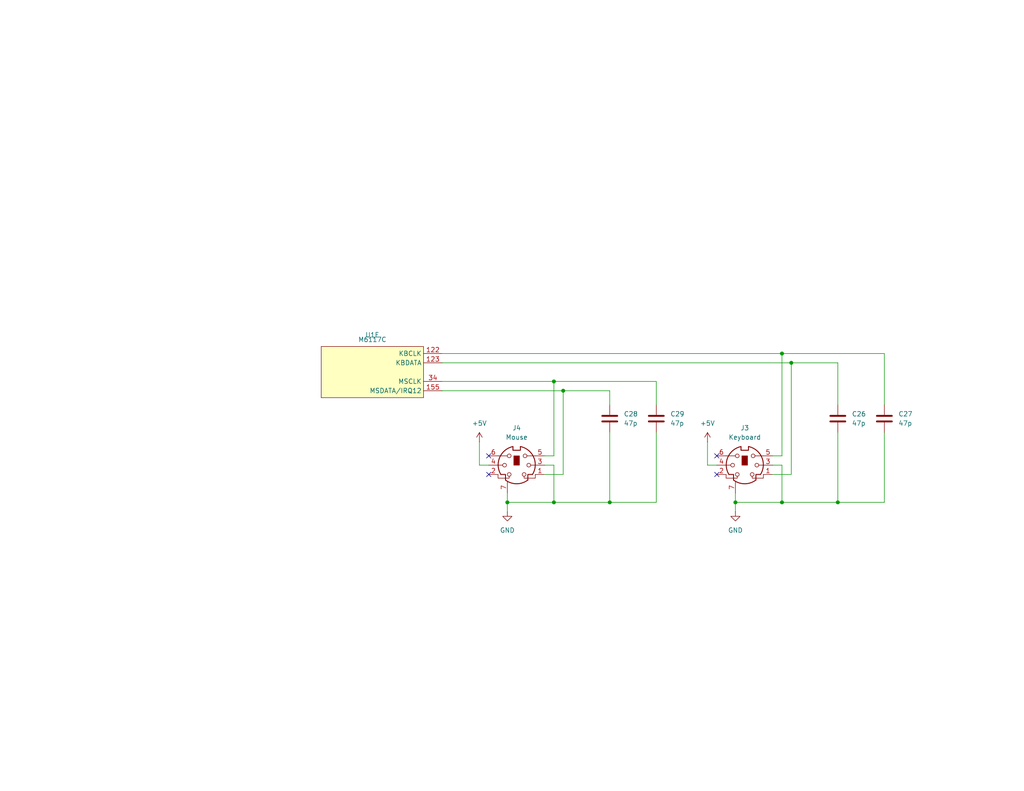
<source format=kicad_sch>
(kicad_sch (version 20231120) (generator "eeschema") (generator_version "8.0")
  (paper "USLetter")
  (lib_symbols
    (symbol "Device:C" (pin_numbers hide) (pin_names (offset 0.254))
      (property "Reference" "C" (at 0.635 2.54 0))
      (property "Value" "C" (at 0.635 -2.54 0))
      (symbol "C_0_1"
        (polyline (pts (xy -2.032 -0.762) (xy 2.032 -0.762)) (stroke (width 0.508)))
        (polyline (pts (xy -2.032 0.762) (xy 2.032 0.762)) (stroke (width 0.508)))
      )
      (symbol "C_1_1"
        (pin passive line (at 0 3.81 270) (length 2.794) (name "~") (number "1"))
        (pin passive line (at 0 -3.81 90) (length 2.794) (name "~") (number "2"))
      )
    )
    (symbol "pc-parts:M6117C"
      (property "Reference" "U" (at 0 0 0))
      (symbol "M6117C_1_0"
        (unit_name "Power")
        (pin power_in line (at 17.78 12.7 270) (length 5.08) (name "VCC") (number "1"))
        (pin power_in line (at -1.27 -12.7 90) (length 5.08) (name "GND") (number "104"))
        (pin power_in line (at -2.54 12.7 270) (length 5.08) (name "VCC") (number "105"))
        (pin power_in line (at 1.27 -12.7 90) (length 5.08) (name "GND") (number "118"))
        (pin power_in line (at 3.81 -12.7 90) (length 5.08) (name "GND") (number "121"))
        (pin power_in line (at -5.08 12.7 270) (length 5.08) (name "VCC") (number "125"))
        (pin power_in line (at 6.35 -12.7 90) (length 5.08) (name "GND") (number "132"))
        (pin power_in line (at -7.62 12.7 270) (length 5.08) (name "VCC") (number "137"))
        (pin power_in line (at 15.24 12.7 270) (length 5.08) (name "VCC") (number "15"))
        (pin power_in line (at -10.16 12.7 270) (length 5.08) (name "VCC") (number "150"))
        (pin power_in line (at 8.89 -12.7 90) (length 5.08) (name "GND") (number "156"))
        (pin power_in line (at -12.7 12.7 270) (length 5.08) (name "VCC") (number "157"))
        (pin power_in line (at 11.43 -12.7 90) (length 5.08) (name "GND") (number "161"))
        (pin power_in line (at 13.97 -12.7 90) (length 5.08) (name "GND") (number "169"))
        (pin power_in line (at -15.24 12.7 270) (length 5.08) (name "VCC") (number "182"))
        (pin power_in line (at 16.51 -12.7 90) (length 5.08) (name "GND") (number "188"))
        (pin power_in line (at -17.78 12.7 270) (length 5.08) (name "VCC") (number "197"))
        (pin power_in line (at 19.05 -12.7 90) (length 5.08) (name "GND") (number "208"))
        (pin power_in line (at -16.51 -12.7 90) (length 5.08) (name "GND") (number "31"))
        (pin power_in line (at 12.7 12.7 270) (length 5.08) (name "VCC") (number "38"))
        (pin power_in line (at -13.97 -12.7 90) (length 5.08) (name "GND") (number "40"))
        (pin power_in line (at 10.16 12.7 270) (length 5.08) (name "VCC") (number "46"))
        (pin power_in line (at -11.43 -12.7 90) (length 5.08) (name "GND") (number "52"))
        (pin power_in line (at 7.62 12.7 270) (length 5.08) (name "VCC") (number "53"))
        (pin power_in line (at 5.08 12.7 270) (length 5.08) (name "VCC") (number "59"))
        (pin power_in line (at -8.89 -12.7 90) (length 5.08) (name "GND") (number "65"))
        (pin power_in line (at 2.54 12.7 270) (length 5.08) (name "VCC") (number "76"))
        (pin power_in line (at -19.05 -12.7 90) (length 5.08) (name "GND") (number "8"))
        (pin power_in line (at -6.35 -12.7 90) (length 5.08) (name "GND") (number "81"))
        (pin power_in line (at 0 12.7 270) (length 5.08) (name "VCC") (number "85"))
        (pin power_in line (at -3.81 -12.7 90) (length 5.08) (name "GND") (number "94"))
      )
      (symbol "M6117C_1_1"
        (unit_name "Power")
        (rectangle (start -20.955 7.62) (end 20.955 -7.62) (fill (type background)))
      )
      (symbol "M6117C_2_0"
        (unit_name "RAM")
        (pin output line (at -19.05 16.51 0) (length 5.08) (name "MA6") (number "100"))
        (pin output line (at -19.05 19.05 0) (length 5.08) (name "MA5") (number "101"))
        (pin output line (at -19.05 21.59 0) (length 5.08) (name "MA4") (number "102"))
        (pin output line (at -19.05 24.13 0) (length 5.08) (name "MA3") (number "103"))
        (pin output line (at -19.05 26.67 0) (length 5.08) (name "MA2") (number "106"))
        (pin output line (at -19.05 29.21 0) (length 5.08) (name "MA1") (number "107"))
        (pin output line (at -19.05 31.75 0) (length 5.08) (name "MA0") (number "108"))
        (pin bidirectional line (at 19.05 -6.35 180) (length 5.08) (name "BD15") (number "58"))
        (pin bidirectional line (at 19.05 -3.81 180) (length 5.08) (name "BD14") (number "60"))
        (pin bidirectional line (at 19.05 -1.27 180) (length 5.08) (name "BD13") (number "61"))
        (pin bidirectional line (at 19.05 1.27 180) (length 5.08) (name "BD12") (number "62"))
        (pin bidirectional line (at 19.05 3.81 180) (length 5.08) (name "BD11") (number "63"))
        (pin bidirectional line (at 19.05 6.35 180) (length 5.08) (name "BD10") (number "64"))
        (pin bidirectional line (at 19.05 8.89 180) (length 5.08) (name "BD9") (number "66"))
        (pin bidirectional line (at 19.05 11.43 180) (length 5.08) (name "BD8") (number "67"))
        (pin bidirectional line (at 19.05 13.97 180) (length 5.08) (name "BD7") (number "68"))
        (pin bidirectional line (at 19.05 16.51 180) (length 5.08) (name "BD6") (number "69"))
        (pin bidirectional line (at 19.05 19.05 180) (length 5.08) (name "BD5") (number "70"))
        (pin bidirectional line (at 19.05 21.59 180) (length 5.08) (name "BD4") (number "71"))
        (pin bidirectional line (at 19.05 24.13 180) (length 5.08) (name "BD3") (number "72"))
        (pin bidirectional line (at 19.05 26.67 180) (length 5.08) (name "BD2") (number "73"))
        (pin bidirectional line (at 19.05 29.21 180) (length 5.08) (name "BD1") (number "74"))
        (pin bidirectional line (at 19.05 31.75 180) (length 5.08) (name "BD0") (number "75"))
        (pin bidirectional line (at 19.05 -11.43 180) (length 5.08) (name "PDH") (number "77"))
        (pin bidirectional line (at 19.05 -13.97 180) (length 5.08) (name "PDL") (number "78"))
        (pin output line (at 19.05 -19.05 180) (length 5.08) (name "~{WE}") (number "79"))
        (pin output line (at -19.05 -8.89 0) (length 5.08) (name "~{RAS3}") (number "80"))
        (pin output line (at -19.05 -6.35 0) (length 5.08) (name "~{RAS2}") (number "82"))
        (pin output line (at -19.05 -3.81 0) (length 5.08) (name "~{RAS1}") (number "83"))
        (pin output line (at -19.05 -1.27 0) (length 5.08) (name "~{RAS0}") (number "84"))
        (pin output line (at -19.05 -31.75 0) (length 5.08) (name "~{CAS3H}") (number "86"))
        (pin output line (at -19.05 -29.21 0) (length 5.08) (name "~{CAS3L}") (number "87"))
        (pin output line (at -19.05 -26.67 0) (length 5.08) (name "~{CAS2H}") (number "88"))
        (pin output line (at -19.05 -24.13 0) (length 5.08) (name "~{CAS2L}") (number "89"))
        (pin output line (at -19.05 -21.59 0) (length 5.08) (name "~{CAS1H}") (number "90"))
        (pin output line (at -19.05 -19.05 0) (length 5.08) (name "~{CAS1L}") (number "91"))
        (pin output line (at -19.05 -16.51 0) (length 5.08) (name "~{CAS0H}") (number "92"))
        (pin output line (at -19.05 -13.97 0) (length 5.08) (name "~{CAS0L}") (number "93"))
        (pin output line (at -19.05 3.81 0) (length 5.08) (name "MA11") (number "95"))
        (pin output line (at -19.05 6.35 0) (length 5.08) (name "MA10") (number "96"))
        (pin output line (at -19.05 8.89 0) (length 5.08) (name "MA9") (number "97"))
        (pin output line (at -19.05 11.43 0) (length 5.08) (name "MA8") (number "98"))
        (pin output line (at -19.05 13.97 0) (length 5.08) (name "MA7") (number "99"))
      )
      (symbol "M6117C_2_1"
        (unit_name "RAM")
        (rectangle (start -13.97 33.655) (end 13.97 -33.655) (fill (type background)))
      )
      (symbol "M6117C_3_0"
        (unit_name "RTC and ROM Interface")
        (pin output line (at -19.05 0 0) (length 5.08) (name "AS") (number "109"))
        (pin power_in line (at -19.05 12.7 0) (length 5.08) (name "VBAT") (number "110"))
        (pin input line (at -19.05 7.62 0) (length 5.08) (name "XTAL1") (number "111"))
        (pin output line (at -19.05 5.08 0) (length 5.08) (name "XTAL2") (number "112"))
        (pin output line (at -19.05 -5.08 0) (length 5.08) (name "~{RTCW}") (number "114"))
        (pin output line (at -19.05 -7.62 0) (length 5.08) (name "~{RTCR}") (number "115"))
        (pin input line (at -19.05 -12.7 0) (length 5.08) (name "~{IRQ8}") (number "116"))
        (pin bidirectional line (at 19.05 -10.16 180) (length 5.08) (name "~{ROMKBCS}") (number "119"))
        (pin bidirectional line (at 19.05 -5.08 180) (length 5.08) (name "XD7") (number "128"))
        (pin bidirectional line (at 19.05 -2.54 180) (length 5.08) (name "XD6") (number "129"))
        (pin bidirectional line (at 19.05 0 180) (length 5.08) (name "XD5") (number "130"))
        (pin bidirectional line (at 19.05 2.54 180) (length 5.08) (name "XD4") (number "131"))
        (pin bidirectional line (at 19.05 5.08 180) (length 5.08) (name "XD3") (number "133"))
        (pin bidirectional line (at 19.05 7.62 180) (length 5.08) (name "XD2") (number "134"))
        (pin bidirectional line (at 19.05 10.16 180) (length 5.08) (name "XD1") (number "135"))
        (pin bidirectional line (at 19.05 12.7 180) (length 5.08) (name "XD0") (number "136"))
      )
      (symbol "M6117C_3_1"
        (unit_name "RTC and ROM Interface")
        (rectangle (start -13.97 15.24) (end 13.97 -15.24) (fill (type background)))
      )
      (symbol "M6117C_4_0"
        (unit_name "NPU Interface")
        (pin output line (at 19.05 -8.89 180) (length 5.08) (name "~{RDY0}") (number "30"))
        (pin output line (at 19.05 -3.81 180) (length 5.08) (name "~{BEH}") (number "36"))
        (pin output line (at 19.05 -6.35 180) (length 5.08) (name "~{BEL}") (number "37"))
        (pin output line (at -19.05 8.89 0) (length 5.08) (name "BA25") (number "42"))
        (pin output line (at -19.05 6.35 0) (length 5.08) (name "BA24") (number "43"))
        (pin output line (at -19.05 3.81 0) (length 5.08) (name "BA23") (number "44"))
        (pin output line (at -19.05 1.27 0) (length 5.08) (name "BA2") (number "45"))
        (pin input line (at -19.05 -1.27 0) (length 5.08) (name "~{BUSY7}") (number "47"))
        (pin output line (at 19.05 8.89 180) (length 5.08) (name "W/~{R}") (number "48"))
        (pin output line (at 19.05 6.35 180) (length 5.08) (name "D/~{C}") (number "49"))
        (pin output line (at 19.05 3.81 180) (length 5.08) (name "M/~{IO}") (number "50"))
        (pin output line (at 19.05 1.27 180) (length 5.08) (name "RSTNP") (number "51"))
        (pin output line (at 19.05 -1.27 180) (length 5.08) (name "~{ADS}") (number "54"))
        (pin input line (at -19.05 -3.81 0) (length 5.08) (name "~{ERR7}") (number "55"))
        (pin input line (at -19.05 -6.35 0) (length 5.08) (name "~{NPRDY7}") (number "56"))
        (pin input line (at -19.05 -8.89 0) (length 5.08) (name "PRQ7") (number "57"))
      )
      (symbol "M6117C_4_1"
        (unit_name "NPU Interface")
        (rectangle (start -13.97 10.795) (end 13.97 -10.795) (fill (type background)))
      )
      (symbol "M6117C_5_0"
        (unit_name "Keyboard and Mouse")
        (pin bidirectional line (at 19.05 5.08 180) (length 5.08) (name "KBCLK") (number "122"))
        (pin bidirectional line (at 19.05 2.54 180) (length 5.08) (name "KBDATA") (number "123"))
        (pin bidirectional line (at 19.05 -5.08 180) (length 5.08) (name "MSDATA/IRQ12") (number "155"))
        (pin bidirectional line (at 19.05 -2.54 180) (length 5.08) (name "MSCLK") (number "34"))
      )
      (symbol "M6117C_5_1"
        (unit_name "Keyboard and Mouse")
        (rectangle (start -13.97 6.985) (end 13.97 -6.985) (fill (type background)))
      )
      (symbol "M6117C_6_0"
        (unit_name "ISA Interface")
        (pin bidirectional line (at 19.05 25.4 180) (length 5.08) (name "SD12") (number "10"))
        (pin bidirectional line (at 19.05 22.86 180) (length 5.08) (name "SD13") (number "11"))
        (pin bidirectional line (at 19.05 20.32 180) (length 5.08) (name "SD14") (number "12"))
        (pin bidirectional line (at -19.05 -27.94 0) (length 5.08) (name "IRQ1") (number "124"))
        (pin bidirectional line (at 19.05 17.78 180) (length 5.08) (name "SD15") (number "13"))
        (pin bidirectional line (at 19.05 38.1 180) (length 5.08) (name "SD7") (number "138"))
        (pin bidirectional line (at 19.05 40.64 180) (length 5.08) (name "SD6") (number "139"))
        (pin output line (at -19.05 38.1 0) (length 5.08) (name "TC") (number "14"))
        (pin bidirectional line (at 19.05 43.18 180) (length 5.08) (name "SD5") (number "140"))
        (pin bidirectional line (at 19.05 45.72 180) (length 5.08) (name "SD4") (number "141"))
        (pin bidirectional line (at 19.05 48.26 180) (length 5.08) (name "SD3") (number "142"))
        (pin bidirectional line (at 19.05 50.8 180) (length 5.08) (name "SD2") (number "143"))
        (pin bidirectional line (at 19.05 53.34 180) (length 5.08) (name "SD1") (number "144"))
        (pin bidirectional line (at 19.05 55.88 180) (length 5.08) (name "SD0") (number "145"))
        (pin input line (at -19.05 -43.18 0) (length 5.08) (name "IRQ9") (number "146"))
        (pin input line (at -19.05 -40.64 0) (length 5.08) (name "IRQ7") (number "147"))
        (pin input line (at -19.05 -38.1 0) (length 5.08) (name "IRQ6") (number "148"))
        (pin input line (at -19.05 -35.56 0) (length 5.08) (name "IRQ5") (number "149"))
        (pin input line (at -19.05 -33.02 0) (length 5.08) (name "IRQ4") (number "151"))
        (pin input line (at -19.05 -30.48 0) (length 5.08) (name "IRQ3") (number "152"))
        (pin input line (at -19.05 -45.72 0) (length 5.08) (name "IRQ10") (number "153"))
        (pin input line (at -19.05 -48.26 0) (length 5.08) (name "IRQ11") (number "154"))
        (pin input line (at -19.05 -50.8 0) (length 5.08) (name "IRQ14") (number "158"))
        (pin input line (at -19.05 -53.34 0) (length 5.08) (name "IRQ15") (number "159"))
        (pin bidirectional line (at -19.05 10.16 0) (length 5.08) (name "~{DACK0}") (number "16"))
        (pin bidirectional line (at -19.05 35.56 0) (length 5.08) (name "~{REFRESH}") (number "163"))
        (pin input line (at -19.05 33.02 0) (length 5.08) (name "IOCHRDY") (number "164"))
        (pin bidirectional line (at -19.05 30.48 0) (length 5.08) (name "~{IOR}") (number "166"))
        (pin bidirectional line (at -19.05 27.94 0) (length 5.08) (name "~{IOW}") (number "167"))
        (pin output line (at -19.05 25.4 0) (length 5.08) (name "~{SMEMR}") (number "168"))
        (pin bidirectional line (at -19.05 7.62 0) (length 5.08) (name "DRQ0") (number "17"))
        (pin output line (at -19.05 22.86 0) (length 5.08) (name "~{SMEMW}") (number "170"))
        (pin bidirectional line (at -19.05 20.32 0) (length 5.08) (name "~{MRD}") (number "171"))
        (pin bidirectional line (at -19.05 17.78 0) (length 5.08) (name "~{MWT}") (number "172"))
        (pin output line (at -19.05 15.24 0) (length 5.08) (name "BALE") (number "173"))
        (pin bidirectional line (at 19.05 -35.56 180) (length 5.08) (name "~{HDCS1}/SA19") (number "174"))
        (pin bidirectional line (at 19.05 -33.02 180) (length 5.08) (name "~{HDCS0}/SA18") (number "175"))
        (pin bidirectional line (at 19.05 -30.48 180) (length 5.08) (name "~{HDEN}/SA17") (number "176"))
        (pin bidirectional line (at 19.05 -27.94 180) (length 5.08) (name "SA16") (number "177"))
        (pin bidirectional line (at 19.05 -25.4 180) (length 5.08) (name "SA15") (number "178"))
        (pin bidirectional line (at 19.05 -22.86 180) (length 5.08) (name "SA14") (number "179"))
        (pin bidirectional line (at -19.05 5.08 0) (length 5.08) (name "~{DACK1}") (number "18"))
        (pin bidirectional line (at 19.05 -20.32 180) (length 5.08) (name "SA13") (number "180"))
        (pin bidirectional line (at 19.05 -17.78 180) (length 5.08) (name "SA12") (number "181"))
        (pin bidirectional line (at 19.05 -15.24 180) (length 5.08) (name "SA11") (number "183"))
        (pin bidirectional line (at 19.05 -12.7 180) (length 5.08) (name "SA10") (number "184"))
        (pin bidirectional line (at 19.05 -10.16 180) (length 5.08) (name "SA9") (number "185"))
        (pin bidirectional line (at 19.05 -7.62 180) (length 5.08) (name "SA8") (number "186"))
        (pin bidirectional line (at 19.05 -5.08 180) (length 5.08) (name "SA7") (number "187"))
        (pin bidirectional line (at 19.05 -2.54 180) (length 5.08) (name "SA6") (number "189"))
        (pin bidirectional line (at -19.05 2.54 0) (length 5.08) (name "DRQ1") (number "19"))
        (pin bidirectional line (at 19.05 0 180) (length 5.08) (name "SA5") (number "190"))
        (pin bidirectional line (at 19.05 2.54 180) (length 5.08) (name "SA4") (number "191"))
        (pin bidirectional line (at 19.05 5.08 180) (length 5.08) (name "SA3") (number "192"))
        (pin bidirectional line (at 19.05 7.62 180) (length 5.08) (name "SA2") (number "193"))
        (pin bidirectional line (at 19.05 10.16 180) (length 5.08) (name "SA1") (number "194"))
        (pin bidirectional line (at 19.05 12.7 180) (length 5.08) (name "SA0") (number "195"))
        (pin input line (at -19.05 48.26 0) (length 5.08) (name "~{IOCHK}") (number "196"))
        (pin input line (at -19.05 45.72 0) (length 5.08) (name "~{MASTER}") (number "198"))
        (pin bidirectional line (at -19.05 43.18 0) (length 5.08) (name "AEN") (number "199"))
        (pin bidirectional line (at -19.05 0 0) (length 5.08) (name "~{DACK2}") (number "20"))
        (pin bidirectional line (at -19.05 40.64 0) (length 5.08) (name "~{BHE}") (number "200"))
        (pin bidirectional line (at 19.05 -55.88 180) (length 5.08) (name "LA23") (number "201"))
        (pin bidirectional line (at 19.05 -53.34 180) (length 5.08) (name "LA22") (number "202"))
        (pin bidirectional line (at 19.05 -50.8 180) (length 5.08) (name "LA21") (number "203"))
        (pin bidirectional line (at 19.05 -48.26 180) (length 5.08) (name "LA20") (number "204"))
        (pin bidirectional line (at 19.05 -45.72 180) (length 5.08) (name "LA19") (number "205"))
        (pin bidirectional line (at 19.05 -43.18 180) (length 5.08) (name "LA18") (number "206"))
        (pin bidirectional line (at 19.05 -40.64 180) (length 5.08) (name "LA17") (number "207"))
        (pin bidirectional line (at -19.05 -2.54 0) (length 5.08) (name "DRQ2") (number "21"))
        (pin bidirectional line (at -19.05 -5.08 0) (length 5.08) (name "~{DACK3}") (number "22"))
        (pin bidirectional line (at -19.05 -7.62 0) (length 5.08) (name "DRQ3") (number "23"))
        (pin bidirectional line (at -19.05 -10.16 0) (length 5.08) (name "~{DACK5}") (number "24"))
        (pin bidirectional line (at -19.05 -12.7 0) (length 5.08) (name "DRQ5") (number "25"))
        (pin bidirectional line (at -19.05 -15.24 0) (length 5.08) (name "~{DACK6}") (number "26"))
        (pin bidirectional line (at -19.05 -17.78 0) (length 5.08) (name "DRQ6") (number "27"))
        (pin bidirectional line (at -19.05 -20.32 0) (length 5.08) (name "~{DACK7}") (number "28"))
        (pin bidirectional line (at -19.05 -22.86 0) (length 5.08) (name "DRQ7") (number "29"))
        (pin input line (at -19.05 53.34 0) (length 5.08) (name "~{IO16}") (number "3"))
        (pin input line (at -19.05 50.8 0) (length 5.08) (name "~{MEM16}") (number "4"))
        (pin bidirectional line (at 19.05 35.56 180) (length 5.08) (name "SD8") (number "5"))
        (pin bidirectional line (at 19.05 33.02 180) (length 5.08) (name "SD9") (number "6"))
        (pin bidirectional line (at 19.05 30.48 180) (length 5.08) (name "SD10") (number "7"))
        (pin bidirectional line (at 19.05 27.94 180) (length 5.08) (name "SD11") (number "9"))
      )
      (symbol "M6117C_6_1"
        (unit_name "ISA Interface")
        (rectangle (start -13.97 58.42) (end 13.97 -58.42) (fill (type background)))
      )
      (symbol "M6117C_7_0"
        (unit_name "Oscillators and Misc")
        (pin input line (at -19.05 5.08 0) (length 5.08) (name "PWG") (number "113"))
        (pin input line (at -19.05 10.16 0) (length 5.08) (name "OSC14M") (number "117"))
        (pin output line (at 19.05 10.16 180) (length 5.08) (name "CK7M") (number "120"))
        (pin input line (at -19.05 -10.16 0) (length 5.08) (name "EXTSW2") (number "126"))
        (pin input line (at -19.05 -12.7 0) (length 5.08) (name "EXTSW1") (number "127"))
        (pin output line (at 19.05 7.62 180) (length 5.08) (name "ATCLK") (number "160"))
        (pin output line (at 19.05 2.54 180) (length 5.08) (name "RSTDRV") (number "162"))
        (pin input line (at -19.05 -5.08 0) (length 5.08) (name "~{NOWS}") (number "165"))
        (pin input line (at -19.05 0 0) (length 5.08) (name "~{TEST}") (number "2"))
        (pin output line (at 19.05 -2.54 180) (length 5.08) (name "SPKR") (number "32"))
        (pin output line (at 19.05 -7.62 180) (length 5.08) (name "CPUSPD") (number "33"))
        (pin output line (at 19.05 -12.7 180) (length 5.08) (name "ENPOWER") (number "35"))
        (pin input line (at -19.05 12.7 0) (length 5.08) (name "BCLK2") (number "39"))
        (pin output line (at 19.05 12.7 180) (length 5.08) (name "BCLK1") (number "41"))
      )
      (symbol "M6117C_7_1"
        (unit_name "Oscillators and Misc")
        (rectangle (start -13.97 15.24) (end 13.97 -15.24) (fill (type background)))
      )
    )
    (symbol "pc-parts:Mini-DIN-6" (pin_names (offset 1.016))
      (property "Reference" "J" (at 0 6.35 0))
      (property "Value" "Mini-DIN-6" (at 0 -6.35 0))
      (symbol "Mini-DIN-6_0_1"
        (circle (center -3.302 0) (radius 0.508))
        (arc (start -3.048 -4.064) (mid 0 -5.08) (end 3.048 -4.064) (stroke (width 0.254)))
        (circle (center -2.032 -2.54) (radius 0.508))
        (circle (center -2.032 2.54) (radius 0.508))
        (arc (start -1.016 5.08) (mid -4.6243 2.1181) (end -4.318 -2.54) (stroke (width 0.254)))
        (rectangle (start -0.762 2.54) (end 0.762 0) (fill (type outline)))
        (polyline (pts (xy -3.81 0) (xy -5.08 0)))
        (polyline (pts (xy -2.54 2.54) (xy -5.08 2.54)))
        (polyline (pts (xy 2.794 2.54) (xy 5.08 2.54)))
        (polyline (pts (xy 5.08 0) (xy 3.81 0)))
        (polyline (pts (xy -4.318 -2.54) (xy -3.048 -2.54) (xy -3.048 -4.064)) (stroke (width 0.254)))
        (polyline (pts (xy 4.318 -2.54) (xy 3.048 -2.54) (xy 3.048 -4.064)) (stroke (width 0.254)))
        (polyline (pts (xy -2.032 -3.048) (xy -2.032 -3.556) (xy -5.08 -3.556) (xy -5.08 -2.54)))
        (polyline (pts (xy -1.016 5.08) (xy -1.016 4.064) (xy 1.016 4.064) (xy 1.016 5.08)) (stroke (width 0.254)))
        (polyline (pts (xy 2.032 -3.048) (xy 2.032 -3.556) (xy 5.08 -3.556) (xy 5.08 -2.54)))
        (circle (center 2.032 -2.54) (radius 0.508))
        (circle (center 2.286 2.54) (radius 0.508))
        (circle (center 3.302 0) (radius 0.508))
        (arc (start 4.318 -2.54) (mid 4.6646 2.1357) (end 1.016 5.08) (stroke (width 0.254)))
      )
      (symbol "Mini-DIN-6_1_1"
        (pin passive line (at 7.62 -2.54 180) (length 2.54) (name "~") (number "1"))
        (pin passive line (at -7.62 -2.54 0) (length 2.54) (name "~") (number "2"))
        (pin passive line (at 7.62 0 180) (length 2.54) (name "~") (number "3"))
        (pin passive line (at -7.62 0 0) (length 2.54) (name "~") (number "4"))
        (pin passive line (at 7.62 2.54 180) (length 2.54) (name "~") (number "5"))
        (pin passive line (at -7.62 2.54 0) (length 2.54) (name "~") (number "6"))
        (pin passive line (at -2.54 -7.62 90) (length 3.099) (name "") (number "7"))
      )
    )
    (symbol "power:+5V" (power) (pin_numbers hide) (pin_names (offset 0) hide)
      (property "Value" "+5V" (at 0 3.556 0))
      (symbol "+5V_0_1"
        (polyline (pts (xy -0.762 1.27) (xy 0 2.54)))
        (polyline (pts (xy 0 0) (xy 0 2.54)))
        (polyline (pts (xy 0 2.54) (xy 0.762 1.27)))
      )
      (symbol "+5V_1_1"
        (pin power_in line (at 0 0 90) (length 0) (name "~") (number "1"))
      )
    )
    (symbol "power:GND" (power) (pin_numbers hide) (pin_names (offset 0) hide)
      (property "Value" "GND" (at 0 -3.81 0))
      (symbol "GND_0_1"
        (polyline (pts (xy 0 0) (xy 0 -1.27) (xy 1.27 -1.27) (xy 0 -2.54) (xy -1.27 -1.27) (xy 0 -1.27)))
      )
      (symbol "GND_1_1"
        (pin power_in line (at 0 0 270) (length 0) (name "~") (number "1"))
      )
    )
  )
  (junction (at 151.13 104.14))
  (junction (at 213.36 96.52))
  (junction (at 138.43 137.16))
  (junction (at 228.6 137.16))
  (junction (at 153.67 106.68))
  (junction (at 213.36 137.16))
  (junction (at 215.9 99.06))
  (junction (at 151.13 137.16))
  (junction (at 166.37 137.16))
  (junction (at 200.66 137.16))
  (no_connect (at 133.35 129.54))
  (no_connect (at 195.58 129.54))
  (no_connect (at 133.35 124.46))
  (no_connect (at 195.58 124.46))
  (wire (pts (xy 215.9 99.06) (xy 215.9 129.54)))
  (wire (pts (xy 151.13 104.14) (xy 179.07 104.14)))
  (wire (pts (xy 213.36 137.16) (xy 213.36 127)))
  (wire (pts (xy 200.66 134.62) (xy 200.66 137.16)))
  (wire (pts (xy 151.13 137.16) (xy 151.13 127)))
  (wire (pts (xy 228.6 137.16) (xy 241.3 137.16)))
  (wire (pts (xy 241.3 137.16) (xy 241.3 118.11)))
  (wire (pts (xy 228.6 99.06) (xy 228.6 110.49)))
  (wire (pts (xy 153.67 106.68) (xy 153.67 129.54)))
  (wire (pts (xy 215.9 129.54) (xy 210.82 129.54)))
  (wire (pts (xy 120.65 96.52) (xy 213.36 96.52)))
  (wire (pts (xy 228.6 118.11) (xy 228.6 137.16)))
  (wire (pts (xy 166.37 110.49) (xy 166.37 106.68)))
  (wire (pts (xy 120.65 104.14) (xy 151.13 104.14)))
  (wire (pts (xy 200.66 137.16) (xy 213.36 137.16)))
  (wire (pts (xy 120.65 106.68) (xy 153.67 106.68)))
  (wire (pts (xy 166.37 118.11) (xy 166.37 137.16)))
  (wire (pts (xy 213.36 96.52) (xy 241.3 96.52)))
  (wire (pts (xy 130.81 127) (xy 133.35 127)))
  (wire (pts (xy 151.13 127) (xy 148.59 127)))
  (wire (pts (xy 241.3 96.52) (xy 241.3 110.49)))
  (wire (pts (xy 213.36 127) (xy 210.82 127)))
  (wire (pts (xy 179.07 104.14) (xy 179.07 110.49)))
  (wire (pts (xy 151.13 137.16) (xy 166.37 137.16)))
  (wire (pts (xy 151.13 104.14) (xy 151.13 124.46)))
  (wire (pts (xy 193.04 120.65) (xy 193.04 127)))
  (wire (pts (xy 138.43 137.16) (xy 138.43 139.7)))
  (wire (pts (xy 151.13 124.46) (xy 148.59 124.46)))
  (wire (pts (xy 200.66 137.16) (xy 200.66 139.7)))
  (wire (pts (xy 215.9 99.06) (xy 228.6 99.06)))
  (wire (pts (xy 130.81 120.65) (xy 130.81 127)))
  (wire (pts (xy 213.36 137.16) (xy 228.6 137.16)))
  (wire (pts (xy 193.04 127) (xy 195.58 127)))
  (wire (pts (xy 120.65 99.06) (xy 215.9 99.06)))
  (wire (pts (xy 179.07 137.16) (xy 179.07 118.11)))
  (wire (pts (xy 166.37 137.16) (xy 179.07 137.16)))
  (wire (pts (xy 213.36 124.46) (xy 210.82 124.46)))
  (wire (pts (xy 138.43 134.62) (xy 138.43 137.16)))
  (wire (pts (xy 166.37 106.68) (xy 153.67 106.68)))
  (wire (pts (xy 213.36 96.52) (xy 213.36 124.46)))
  (wire (pts (xy 153.67 129.54) (xy 148.59 129.54)))
  (wire (pts (xy 138.43 137.16) (xy 151.13 137.16)))
  (symbol (lib_id "pc-parts:Mini-DIN-6") (at 203.2 127 0) (unit 1)
    (property "Reference" "J3" (at 203.2178 116.84 0))
    (property "Value" "Keyboard" (at 203.2178 119.38 0))
    (property "Footprint" "pc-parts:CUI_MD-60SGK" (effects (hide yes)))
    (property "Datasheet" "http://service.powerdynamics.com/ec/Catalog17/Section%2011.pdf" (effects (hide yes)))
    (property "Description" "6-pin Mini-DIN connector" (effects (hide yes)))
  )
  (symbol (lib_id "Device:C") (at 241.3 114.3 0) (unit 1)
    (property "Reference" "C27" (at 245.11 113.0299 0) (effects (justify left)))
    (property "Value" "47p" (at 245.11 115.5699 0) (effects (justify left)))
    (property "Footprint" "Capacitor_SMD:C_0603_1608Metric_Pad1.08x0.95mm_HandSolder" (effects (hide yes)))
    (property "Description" "Unpolarized capacitor" (effects (hide yes)))
  )
  (symbol (lib_id "Device:C") (at 228.6 114.3 0) (unit 1)
    (property "Reference" "C26" (at 232.41 113.0299 0) (effects (justify left)))
    (property "Value" "47p" (at 232.41 115.5699 0) (effects (justify left)))
    (property "Footprint" "Capacitor_SMD:C_0603_1608Metric_Pad1.08x0.95mm_HandSolder" (effects (hide yes)))
    (property "Description" "Unpolarized capacitor" (effects (hide yes)))
  )
  (symbol (lib_id "power:+5V") (at 130.81 120.65 0) (unit 1)
    (property "Reference" "#PWR042" (effects (hide yes)))
    (property "Value" "+5V" (at 130.81 115.57 0))
    (property "Description" "Power symbol creates a global label with name \"+5V\"" (effects (hide yes)))
  )
  (symbol (lib_id "power:+5V") (at 193.04 120.65 0) (unit 1)
    (property "Reference" "#PWR043" (effects (hide yes)))
    (property "Value" "+5V" (at 193.04 115.57 0))
    (property "Description" "Power symbol creates a global label with name \"+5V\"" (effects (hide yes)))
  )
  (symbol (lib_id "power:GND") (at 200.66 139.7 0) (unit 1)
    (property "Reference" "#PWR040" (effects (hide yes)))
    (property "Value" "GND" (at 200.66 144.78 0))
    (property "Description" "Power symbol creates a global label with name \"GND\" , ground" (effects (hide yes)))
  )
  (symbol (lib_id "pc-parts:M6117C") (at 101.6 101.6 0) (unit 5)
    (property "Reference" "U1" (at 101.6 91.44 0))
    (property "Value" "M6117C" (at 101.6 92.71 0))
    (property "Footprint" "Package_QFP:PQFP-208_28x28mm_P0.5mm" (effects (hide yes)))
  )
  (symbol (lib_id "power:GND") (at 138.43 139.7 0) (unit 1)
    (property "Reference" "#PWR041" (effects (hide yes)))
    (property "Value" "GND" (at 138.43 144.78 0))
    (property "Description" "Power symbol creates a global label with name \"GND\" , ground" (effects (hide yes)))
  )
  (symbol (lib_id "Device:C") (at 179.07 114.3 0) (unit 1)
    (property "Reference" "C29" (at 182.88 113.0299 0) (effects (justify left)))
    (property "Value" "47p" (at 182.88 115.5699 0) (effects (justify left)))
    (property "Footprint" "Capacitor_SMD:C_0603_1608Metric_Pad1.08x0.95mm_HandSolder" (effects (hide yes)))
    (property "Description" "Unpolarized capacitor" (effects (hide yes)))
  )
  (symbol (lib_id "pc-parts:Mini-DIN-6") (at 140.97 127 0) (unit 1)
    (property "Reference" "J4" (at 140.9878 116.84 0))
    (property "Value" "Mouse" (at 140.9878 119.38 0))
    (property "Footprint" "pc-parts:CUI_MD-60SGK" (effects (hide yes)))
    (property "Datasheet" "http://service.powerdynamics.com/ec/Catalog17/Section%2011.pdf" (effects (hide yes)))
    (property "Description" "6-pin Mini-DIN connector" (effects (hide yes)))
  )
  (symbol (lib_id "Device:C") (at 166.37 114.3 0) (unit 1)
    (property "Reference" "C28" (at 170.18 113.0299 0) (effects (justify left)))
    (property "Value" "47p" (at 170.18 115.5699 0) (effects (justify left)))
    (property "Footprint" "Capacitor_SMD:C_0603_1608Metric_Pad1.08x0.95mm_HandSolder" (effects (hide yes)))
    (property "Description" "Unpolarized capacitor" (effects (hide yes)))
  )
)
</source>
